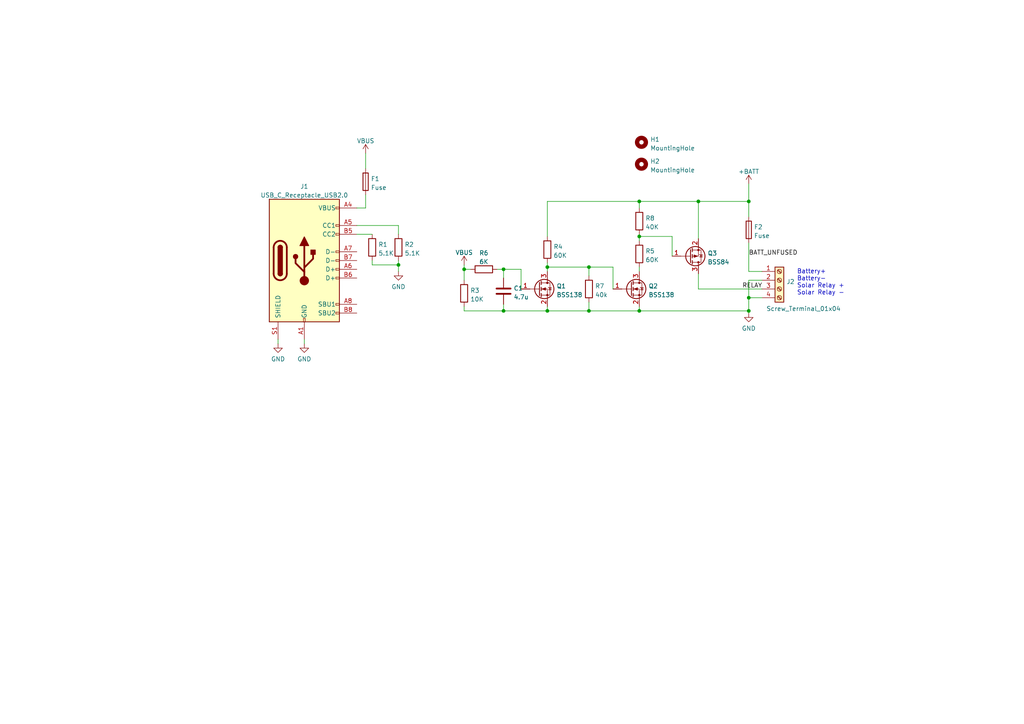
<source format=kicad_sch>
(kicad_sch (version 20211123) (generator eeschema)
  (paper "A4")
  (lib_symbols
    (symbol "Connector:Screw_Terminal_01x04" (pin_names (offset 1.016) hide)
      (property "Reference" "J" (at 0 5.08 0))
      (property "Value" "Screw_Terminal_01x04" (at 0 -7.62 0))
      (symbol "Screw_Terminal_01x04_1_1"
        (rectangle (start -1.27 3.81) (end 1.27 -6.35) (stroke (width 0.254)) (fill (type background)))
        (circle (center 0 -5.08) (radius 0.635) (stroke (width 0.1524)))
        (circle (center 0 -2.54) (radius 0.635) (stroke (width 0.1524)))
        (polyline (pts (xy -0.5334 -4.7498) (xy 0.3302 -5.588)) (stroke (width 0.1524)))
        (polyline (pts (xy -0.5334 -2.2098) (xy 0.3302 -3.048)) (stroke (width 0.1524)))
        (polyline (pts (xy -0.5334 0.3302) (xy 0.3302 -0.508)) (stroke (width 0.1524)))
        (polyline (pts (xy -0.5334 2.8702) (xy 0.3302 2.032)) (stroke (width 0.1524)))
        (polyline (pts (xy -0.3556 -4.572) (xy 0.508 -5.4102)) (stroke (width 0.1524)))
        (polyline (pts (xy -0.3556 -2.032) (xy 0.508 -2.8702)) (stroke (width 0.1524)))
        (polyline (pts (xy -0.3556 0.508) (xy 0.508 -0.3302)) (stroke (width 0.1524)))
        (polyline (pts (xy -0.3556 3.048) (xy 0.508 2.2098)) (stroke (width 0.1524)))
        (circle (center 0 0) (radius 0.635) (stroke (width 0.1524)))
        (circle (center 0 2.54) (radius 0.635) (stroke (width 0.1524)))
        (pin passive line (at -5.08 2.54 0) (length 3.81) (name "Pin_1") (number "1"))
        (pin passive line (at -5.08 0 0) (length 3.81) (name "Pin_2") (number "2"))
        (pin passive line (at -5.08 -2.54 0) (length 3.81) (name "Pin_3") (number "3"))
        (pin passive line (at -5.08 -5.08 0) (length 3.81) (name "Pin_4") (number "4"))
      )
    )
    (symbol "Connector:USB_C_Receptacle_USB2.0" (pin_names (offset 1.016))
      (property "Reference" "J" (at -10.16 19.05 0))
      (property "Value" "USB_C_Receptacle_USB2.0" (at 19.05 19.05 0))
      (symbol "USB_C_Receptacle_USB2.0_0_0"
        (rectangle (start -0.254 -17.78) (end 0.254 -16.764))
        (rectangle (start 10.16 -14.986) (end 9.144 -15.494))
        (rectangle (start 10.16 -12.446) (end 9.144 -12.954))
        (rectangle (start 10.16 -4.826) (end 9.144 -5.334))
        (rectangle (start 10.16 -2.286) (end 9.144 -2.794))
        (rectangle (start 10.16 0.254) (end 9.144 -0.254))
        (rectangle (start 10.16 2.794) (end 9.144 2.286))
        (rectangle (start 10.16 7.874) (end 9.144 7.366))
        (rectangle (start 10.16 10.414) (end 9.144 9.906))
        (rectangle (start 10.16 15.494) (end 9.144 14.986))
      )
      (symbol "USB_C_Receptacle_USB2.0_0_1"
        (rectangle (start -10.16 17.78) (end 10.16 -17.78) (stroke (width 0.254)) (fill (type background)))
        (arc (start -8.89 -3.81) (mid -6.985 -5.715) (end -5.08 -3.81) (stroke (width 0.508)))
        (arc (start -7.62 -3.81) (mid -6.985 -4.445) (end -6.35 -3.81) (stroke (width 0.254)))
        (arc (start -7.62 -3.81) (mid -6.985 -4.445) (end -6.35 -3.81) (stroke (width 0.254)) (fill (type outline)))
        (rectangle (start -7.62 -3.81) (end -6.35 3.81) (stroke (width 0.254)) (fill (type outline)))
        (arc (start -6.35 3.81) (mid -6.985 4.445) (end -7.62 3.81) (stroke (width 0.254)))
        (arc (start -6.35 3.81) (mid -6.985 4.445) (end -7.62 3.81) (stroke (width 0.254)) (fill (type outline)))
        (arc (start -5.08 3.81) (mid -6.985 5.715) (end -8.89 3.81) (stroke (width 0.508)))
        (circle (center -2.54 1.143) (radius 0.635) (stroke (width 0.254)) (fill (type outline)))
        (circle (center 0 -5.842) (radius 1.27) (fill (type outline)))
        (polyline (pts (xy -8.89 -3.81) (xy -8.89 3.81)) (stroke (width 0.508)))
        (polyline (pts (xy -5.08 3.81) (xy -5.08 -3.81)) (stroke (width 0.508)))
        (polyline (pts (xy 0 -5.842) (xy 0 4.318)) (stroke (width 0.508)))
        (polyline (pts (xy 0 -3.302) (xy -2.54 -0.762) (xy -2.54 0.508)) (stroke (width 0.508)))
        (polyline (pts (xy 0 -2.032) (xy 2.54 0.508) (xy 2.54 1.778)) (stroke (width 0.508)))
        (polyline (pts (xy -1.27 4.318) (xy 0 6.858) (xy 1.27 4.318) (xy -1.27 4.318)) (stroke (width 0.254)) (fill (type outline)))
        (rectangle (start 1.905 1.778) (end 3.175 3.048) (stroke (width 0.254)) (fill (type outline)))
      )
      (symbol "USB_C_Receptacle_USB2.0_1_1"
        (pin passive line (at 0 -22.86 90) (length 5.08) (name "GND") (number "A1"))
        (pin passive line (at 0 -22.86 90) (length 5.08) hide (name "GND") (number "A12"))
        (pin passive line (at 15.24 15.24 180) (length 5.08) (name "VBUS") (number "A4"))
        (pin bidirectional line (at 15.24 10.16 180) (length 5.08) (name "CC1") (number "A5"))
        (pin bidirectional line (at 15.24 -2.54 180) (length 5.08) (name "D+") (number "A6"))
        (pin bidirectional line (at 15.24 2.54 180) (length 5.08) (name "D-") (number "A7"))
        (pin bidirectional line (at 15.24 -12.7 180) (length 5.08) (name "SBU1") (number "A8"))
        (pin passive line (at 15.24 15.24 180) (length 5.08) hide (name "VBUS") (number "A9"))
        (pin passive line (at 0 -22.86 90) (length 5.08) hide (name "GND") (number "B1"))
        (pin passive line (at 0 -22.86 90) (length 5.08) hide (name "GND") (number "B12"))
        (pin passive line (at 15.24 15.24 180) (length 5.08) hide (name "VBUS") (number "B4"))
        (pin bidirectional line (at 15.24 7.62 180) (length 5.08) (name "CC2") (number "B5"))
        (pin bidirectional line (at 15.24 -5.08 180) (length 5.08) (name "D+") (number "B6"))
        (pin bidirectional line (at 15.24 0 180) (length 5.08) (name "D-") (number "B7"))
        (pin bidirectional line (at 15.24 -15.24 180) (length 5.08) (name "SBU2") (number "B8"))
        (pin passive line (at 15.24 15.24 180) (length 5.08) hide (name "VBUS") (number "B9"))
        (pin passive line (at -7.62 -22.86 90) (length 5.08) (name "SHIELD") (number "S1"))
      )
    )
    (symbol "Device:C" (pin_numbers hide) (pin_names (offset 0.254))
      (property "Reference" "C" (at 0.635 2.54 0))
      (property "Value" "C" (at 0.635 -2.54 0))
      (symbol "C_0_1"
        (polyline (pts (xy -2.032 -0.762) (xy 2.032 -0.762)) (stroke (width 0.508)))
        (polyline (pts (xy -2.032 0.762) (xy 2.032 0.762)) (stroke (width 0.508)))
      )
      (symbol "C_1_1"
        (pin passive line (at 0 3.81 270) (length 2.794) (name "~") (number "1"))
        (pin passive line (at 0 -3.81 90) (length 2.794) (name "~") (number "2"))
      )
    )
    (symbol "Device:Fuse" (pin_numbers hide) (pin_names (offset 0))
      (property "Reference" "F" (at 2.032 0 90))
      (property "Value" "Fuse" (at -1.905 0 90))
      (symbol "Fuse_0_1"
        (rectangle (start -0.762 -2.54) (end 0.762 2.54) (stroke (width 0.254)))
        (polyline (pts (xy 0 2.54) (xy 0 -2.54)))
      )
      (symbol "Fuse_1_1"
        (pin passive line (at 0 3.81 270) (length 1.27) (name "~") (number "1"))
        (pin passive line (at 0 -3.81 90) (length 1.27) (name "~") (number "2"))
      )
    )
    (symbol "Device:R" (pin_numbers hide) (pin_names (offset 0))
      (property "Reference" "R" (at 2.032 0 90))
      (property "Value" "R" (at 0 0 90))
      (symbol "R_0_1"
        (rectangle (start -1.016 -2.54) (end 1.016 2.54) (stroke (width 0.254)))
      )
      (symbol "R_1_1"
        (pin passive line (at 0 3.81 270) (length 1.27) (name "~") (number "1"))
        (pin passive line (at 0 -3.81 90) (length 1.27) (name "~") (number "2"))
      )
    )
    (symbol "Mechanical:MountingHole" (pin_names (offset 1.016))
      (property "Reference" "H" (at 0 5.08 0))
      (property "Value" "MountingHole" (at 0 3.175 0))
      (symbol "MountingHole_0_1"
        (circle (center 0 0) (radius 1.27) (stroke (width 1.27)))
      )
    )
    (symbol "Transistor_FET:BSS138" (pin_names hide)
      (property "Reference" "Q" (at 5.08 1.905 0))
      (property "Value" "BSS138" (at 5.08 0 0))
      (symbol "BSS138_0_1"
        (polyline (pts (xy 0.254 0) (xy -2.54 0)))
        (polyline (pts (xy 0.254 1.905) (xy 0.254 -1.905)) (stroke (width 0.254)))
        (polyline (pts (xy 0.762 -1.27) (xy 0.762 -2.286)) (stroke (width 0.254)))
        (polyline (pts (xy 0.762 0.508) (xy 0.762 -0.508)) (stroke (width 0.254)))
        (polyline (pts (xy 0.762 2.286) (xy 0.762 1.27)) (stroke (width 0.254)))
        (polyline (pts (xy 2.54 2.54) (xy 2.54 1.778)))
        (polyline (pts (xy 2.54 -2.54) (xy 2.54 0) (xy 0.762 0)))
        (polyline (pts (xy 0.762 -1.778) (xy 3.302 -1.778) (xy 3.302 1.778) (xy 0.762 1.778)))
        (polyline (pts (xy 1.016 0) (xy 2.032 0.381) (xy 2.032 -0.381) (xy 1.016 0)) (fill (type outline)))
        (polyline (pts (xy 2.794 0.508) (xy 2.921 0.381) (xy 3.683 0.381) (xy 3.81 0.254)))
        (polyline (pts (xy 3.302 0.381) (xy 2.921 -0.254) (xy 3.683 -0.254) (xy 3.302 0.381)))
        (circle (center 1.651 0) (radius 2.794) (stroke (width 0.254)))
        (circle (center 2.54 -1.778) (radius 0.254) (fill (type outline)))
        (circle (center 2.54 1.778) (radius 0.254) (fill (type outline)))
      )
      (symbol "BSS138_1_1"
        (pin input line (at -5.08 0 0) (length 2.54) (name "G") (number "1"))
        (pin passive line (at 2.54 -5.08 90) (length 2.54) (name "S") (number "2"))
        (pin passive line (at 2.54 5.08 270) (length 2.54) (name "D") (number "3"))
      )
    )
    (symbol "Transistor_FET:BSS84" (pin_names hide)
      (property "Reference" "Q" (at 5.08 1.905 0))
      (property "Value" "BSS84" (at 5.08 0 0))
      (symbol "BSS84_0_1"
        (polyline (pts (xy 0.254 0) (xy -2.54 0)))
        (polyline (pts (xy 0.254 1.905) (xy 0.254 -1.905)) (stroke (width 0.254)))
        (polyline (pts (xy 0.762 -1.27) (xy 0.762 -2.286)) (stroke (width 0.254)))
        (polyline (pts (xy 0.762 0.508) (xy 0.762 -0.508)) (stroke (width 0.254)))
        (polyline (pts (xy 0.762 2.286) (xy 0.762 1.27)) (stroke (width 0.254)))
        (polyline (pts (xy 2.54 2.54) (xy 2.54 1.778)))
        (polyline (pts (xy 2.54 -2.54) (xy 2.54 0) (xy 0.762 0)))
        (polyline (pts (xy 0.762 1.778) (xy 3.302 1.778) (xy 3.302 -1.778) (xy 0.762 -1.778)))
        (polyline (pts (xy 2.286 0) (xy 1.27 0.381) (xy 1.27 -0.381) (xy 2.286 0)) (fill (type outline)))
        (polyline (pts (xy 2.794 -0.508) (xy 2.921 -0.381) (xy 3.683 -0.381) (xy 3.81 -0.254)))
        (polyline (pts (xy 3.302 -0.381) (xy 2.921 0.254) (xy 3.683 0.254) (xy 3.302 -0.381)))
        (circle (center 1.651 0) (radius 2.794) (stroke (width 0.254)))
        (circle (center 2.54 -1.778) (radius 0.254) (fill (type outline)))
        (circle (center 2.54 1.778) (radius 0.254) (fill (type outline)))
      )
      (symbol "BSS84_1_1"
        (pin input line (at -5.08 0 0) (length 2.54) (name "G") (number "1"))
        (pin passive line (at 2.54 -5.08 90) (length 2.54) (name "S") (number "2"))
        (pin passive line (at 2.54 5.08 270) (length 2.54) (name "D") (number "3"))
      )
    )
    (symbol "power:+BATT" (power) (pin_names (offset 0))
      (property "Value" "+BATT" (at 0 3.556 0))
      (symbol "+BATT_0_1"
        (polyline (pts (xy -0.762 1.27) (xy 0 2.54)))
        (polyline (pts (xy 0 0) (xy 0 2.54)))
        (polyline (pts (xy 0 2.54) (xy 0.762 1.27)))
      )
      (symbol "+BATT_1_1"
        (pin power_in line (at 0 0 90) (length 0) hide (name "+BATT") (number "1"))
      )
    )
    (symbol "power:GND" (power) (pin_names (offset 0))
      (property "Value" "GND" (at 0 -3.81 0))
      (symbol "GND_0_1"
        (polyline (pts (xy 0 0) (xy 0 -1.27) (xy 1.27 -1.27) (xy 0 -2.54) (xy -1.27 -1.27) (xy 0 -1.27)))
      )
      (symbol "GND_1_1"
        (pin power_in line (at 0 0 270) (length 0) hide (name "GND") (number "1"))
      )
    )
    (symbol "power:VBUS" (power) (pin_names (offset 0))
      (property "Value" "VBUS" (at 0 3.81 0))
      (symbol "VBUS_0_1"
        (polyline (pts (xy -0.762 1.27) (xy 0 2.54)))
        (polyline (pts (xy 0 0) (xy 0 2.54)))
        (polyline (pts (xy 0 2.54) (xy 0.762 1.27)))
      )
      (symbol "VBUS_1_1"
        (pin power_in line (at 0 0 90) (length 0) hide (name "VBUS") (number "1"))
      )
    )
  )
  (junction (at 158.75 90.17))
  (junction (at 146.05 90.17))
  (junction (at 185.42 68.58))
  (junction (at 170.815 77.47))
  (junction (at 158.75 77.47))
  (junction (at 185.42 90.17))
  (junction (at 217.17 90.17))
  (junction (at 217.17 86.36))
  (junction (at 146.05 78.105))
  (junction (at 134.62 78.105))
  (junction (at 185.42 58.42))
  (junction (at 217.17 58.42))
  (junction (at 115.57 76.835))
  (junction (at 170.815 90.17))
  (junction (at 202.565 58.42))
  (wire (pts (xy 170.815 87.63) (xy 170.815 90.17)))
  (wire (pts (xy 146.05 78.105) (xy 146.05 80.645)))
  (wire (pts (xy 158.75 90.17) (xy 170.815 90.17)))
  (wire (pts (xy 185.42 90.17) (xy 217.17 90.17)))
  (wire (pts (xy 146.05 78.105) (xy 151.13 78.105)))
  (wire (pts (xy 115.57 67.945) (xy 115.57 65.405)))
  (wire (pts (xy 185.42 88.9) (xy 185.42 90.17)))
  (wire (pts (xy 217.17 53.34) (xy 217.17 58.42)))
  (wire (pts (xy 170.815 77.47) (xy 177.8 77.47)))
  (wire (pts (xy 185.42 67.945) (xy 185.42 68.58)))
  (wire (pts (xy 194.945 74.295) (xy 194.945 68.58)))
  (wire (pts (xy 185.42 68.58) (xy 185.42 69.85)))
  (wire (pts (xy 158.75 58.42) (xy 158.75 68.58)))
  (wire (pts (xy 115.57 75.565) (xy 115.57 76.835)))
  (wire (pts (xy 158.75 77.47) (xy 158.75 78.74)))
  (wire (pts (xy 217.17 90.17) (xy 217.17 90.805)))
  (wire (pts (xy 146.05 90.17) (xy 158.75 90.17)))
  (wire (pts (xy 158.75 88.9) (xy 158.75 90.17)))
  (wire (pts (xy 202.565 58.42) (xy 217.17 58.42)))
  (wire (pts (xy 202.565 58.42) (xy 202.565 69.215)))
  (wire (pts (xy 202.565 79.375) (xy 202.565 83.82)))
  (wire (pts (xy 185.42 58.42) (xy 185.42 60.325)))
  (wire (pts (xy 144.145 78.105) (xy 146.05 78.105)))
  (wire (pts (xy 170.815 80.01) (xy 170.815 77.47)))
  (wire (pts (xy 220.98 81.28) (xy 217.17 81.28)))
  (wire (pts (xy 185.42 58.42) (xy 202.565 58.42)))
  (wire (pts (xy 115.57 65.405) (xy 103.505 65.405)))
  (wire (pts (xy 185.42 77.47) (xy 185.42 78.74)))
  (wire (pts (xy 115.57 76.835) (xy 115.57 78.74)))
  (wire (pts (xy 80.645 98.425) (xy 80.645 99.695)))
  (wire (pts (xy 106.045 44.45) (xy 106.045 48.895)))
  (wire (pts (xy 202.565 83.82) (xy 220.98 83.82)))
  (wire (pts (xy 194.945 68.58) (xy 185.42 68.58)))
  (wire (pts (xy 177.8 83.82) (xy 177.8 77.47)))
  (wire (pts (xy 158.75 76.2) (xy 158.75 77.47)))
  (wire (pts (xy 107.95 76.835) (xy 115.57 76.835)))
  (wire (pts (xy 134.62 90.17) (xy 146.05 90.17)))
  (wire (pts (xy 134.62 78.105) (xy 134.62 81.28)))
  (wire (pts (xy 217.17 58.42) (xy 217.17 62.865)))
  (wire (pts (xy 146.05 88.265) (xy 146.05 90.17)))
  (wire (pts (xy 134.62 78.105) (xy 136.525 78.105)))
  (wire (pts (xy 134.62 76.835) (xy 134.62 78.105)))
  (wire (pts (xy 217.17 78.74) (xy 220.98 78.74)))
  (wire (pts (xy 103.505 67.945) (xy 107.95 67.945)))
  (wire (pts (xy 134.62 88.9) (xy 134.62 90.17)))
  (wire (pts (xy 217.17 70.485) (xy 217.17 78.74)))
  (wire (pts (xy 158.75 58.42) (xy 185.42 58.42)))
  (wire (pts (xy 158.75 77.47) (xy 170.815 77.47)))
  (wire (pts (xy 217.17 81.28) (xy 217.17 86.36)))
  (wire (pts (xy 107.95 75.565) (xy 107.95 76.835)))
  (wire (pts (xy 103.505 60.325) (xy 106.045 60.325)))
  (wire (pts (xy 88.265 98.425) (xy 88.265 99.695)))
  (wire (pts (xy 217.17 86.36) (xy 217.17 90.17)))
  (wire (pts (xy 151.13 78.105) (xy 151.13 83.82)))
  (wire (pts (xy 170.815 90.17) (xy 185.42 90.17)))
  (wire (pts (xy 220.98 86.36) (xy 217.17 86.36)))
  (wire (pts (xy 106.045 60.325) (xy 106.045 56.515)))
  (text "Battery+\nBattery-\nSolar Relay +\nSolar Relay -" (at 231.14 85.725 0) (effects (font (size 1.27 1.27)) (justify left bottom)))
  (label "BATT_UNFUSED" (at 217.17 74.295 0))
  (label "RELAY" (at 215.265 83.82 0))
  (symbol (lib_id "Connector:Screw_Terminal_01x04") (at 226.06 81.28 0) (unit 1)
    (property "Reference" "J2" (at 228.092 81.7153 0) (effects (justify left)))
    (property "Value" "Screw_Terminal_01x04" (at 222.25 89.535 0) (effects (justify left)))
    (property "Footprint" "TerminalBlock_Phoenix:TerminalBlock_Phoenix_MKDS-1,5-4_1x04_P5.00mm_Horizontal" (effects hide))
  )
  (symbol (lib_id "power:GND") (at 115.57 78.74 0) (unit 1)
    (property "Reference" "#PWR04" (effects hide))
    (property "Value" "GND" (at 115.57 83.1834 0))
  )
  (symbol (lib_id "Device:R") (at 134.62 85.09 0) (unit 1)
    (property "Reference" "R3" (at 136.398 84.2553 0) (effects (justify left)))
    (property "Value" "10K" (at 136.398 86.7922 0) (effects (justify left)))
    (property "Footprint" "Resistor_SMD:R_0805_2012Metric" (effects hide))
  )
  (symbol (lib_id "Device:Fuse") (at 106.045 52.705 0) (unit 1)
    (property "Reference" "F1" (at 107.569 51.8703 0) (effects (justify left)))
    (property "Value" "Fuse" (at 107.569 54.4072 0) (effects (justify left)))
    (property "Footprint" "Fuse:Fuse_0805_2012Metric_Pad1.15x1.40mm_HandSolder" (effects hide))
  )
  (symbol (lib_id "Device:R") (at 185.42 64.135 0) (unit 1)
    (property "Reference" "R8" (at 187.198 63.3003 0) (effects (justify left)))
    (property "Value" "40K" (at 187.198 65.8372 0) (effects (justify left)))
    (property "Footprint" "Resistor_SMD:R_0805_2012Metric" (effects hide))
  )
  (symbol (lib_id "Device:R") (at 115.57 71.755 0) (unit 1)
    (property "Reference" "R2" (at 117.348 70.9203 0) (effects (justify left)))
    (property "Value" "5.1K" (at 117.348 73.4572 0) (effects (justify left)))
    (property "Footprint" "Resistor_SMD:R_0805_2012Metric" (effects hide))
  )
  (symbol (lib_id "Transistor_FET:BSS84") (at 200.025 74.295 0) (mirror x) (unit 1)
    (property "Reference" "Q3" (at 205.232 73.4603 0) (effects (justify left)))
    (property "Value" "BSS84" (at 205.232 75.9972 0) (effects (justify left)))
    (property "Footprint" "Package_TO_SOT_SMD:SOT-23" (effects hide))
    (property "Datasheet" "http://assets.nexperia.com/documents/data-sheet/BSS84.pdf" (effects hide))
  )
  (symbol (lib_id "power:GND") (at 80.645 99.695 0) (unit 1)
    (property "Reference" "#PWR01" (effects hide))
    (property "Value" "GND" (at 80.645 104.1384 0))
  )
  (symbol (lib_id "Transistor_FET:BSS138") (at 182.88 83.82 0) (unit 1)
    (property "Reference" "Q2" (at 188.087 82.9853 0) (effects (justify left)))
    (property "Value" "BSS138" (at 188.087 85.5222 0) (effects (justify left)))
    (property "Footprint" "Package_TO_SOT_SMD:SOT-23" (effects hide))
    (property "Datasheet" "https://www.onsemi.com/pub/Collateral/BSS138-D.PDF" (effects hide))
  )
  (symbol (lib_id "Mechanical:MountingHole") (at 186.055 41.275 0) (unit 1)
    (property "Reference" "H1" (at 188.595 40.4403 0) (effects (justify left)))
    (property "Value" "MountingHole" (at 188.595 42.9772 0) (effects (justify left)))
    (property "Footprint" "MountingHole:MountingHole_4.3mm_M4" (effects hide))
  )
  (symbol (lib_id "Device:C") (at 146.05 84.455 0) (unit 1)
    (property "Reference" "C1" (at 148.971 83.6203 0) (effects (justify left)))
    (property "Value" "4.7u" (at 148.971 86.1572 0) (effects (justify left)))
    (property "Footprint" "Capacitor_SMD:C_0805_2012Metric" (effects hide))
  )
  (symbol (lib_id "Mechanical:MountingHole") (at 186.055 47.625 0) (unit 1)
    (property "Reference" "H2" (at 188.595 46.7903 0) (effects (justify left)))
    (property "Value" "MountingHole" (at 188.595 49.3272 0) (effects (justify left)))
    (property "Footprint" "MountingHole:MountingHole_4.3mm_M4" (effects hide))
  )
  (symbol (lib_id "Connector:USB_C_Receptacle_USB2.0") (at 88.265 75.565 0) (unit 1)
    (property "Reference" "J1" (at 88.265 54.0852 0))
    (property "Value" "USB_C_Receptacle_USB2.0" (at 88.265 56.6221 0))
    (property "Footprint" "Connector_USB:USB_C_Receptacle_GCT_USB4085" (effects hide))
    (property "Datasheet" "https://www.usb.org/sites/default/files/documents/usb_type-c.zip" (effects hide))
  )
  (symbol (lib_id "power:GND") (at 217.17 90.805 0) (unit 1)
    (property "Reference" "#PWR07" (effects hide))
    (property "Value" "GND" (at 217.17 95.2484 0))
  )
  (symbol (lib_id "Device:R") (at 140.335 78.105 90) (unit 1)
    (property "Reference" "R6" (at 140.335 73.3892 90))
    (property "Value" "6K" (at 140.335 75.9261 90))
    (property "Footprint" "Resistor_SMD:R_0805_2012Metric" (effects hide))
  )
  (symbol (lib_id "Transistor_FET:BSS138") (at 156.21 83.82 0) (unit 1)
    (property "Reference" "Q1" (at 161.417 82.9853 0) (effects (justify left)))
    (property "Value" "BSS138" (at 161.417 85.5222 0) (effects (justify left)))
    (property "Footprint" "Package_TO_SOT_SMD:SOT-23" (effects hide))
    (property "Datasheet" "https://www.onsemi.com/pub/Collateral/BSS138-D.PDF" (effects hide))
  )
  (symbol (lib_id "power:GND") (at 88.265 99.695 0) (unit 1)
    (property "Reference" "#PWR02" (effects hide))
    (property "Value" "GND" (at 88.265 104.1384 0))
  )
  (symbol (lib_id "power:VBUS") (at 106.045 44.45 0) (unit 1)
    (property "Reference" "#PWR03" (effects hide))
    (property "Value" "VBUS" (at 106.045 40.8742 0))
  )
  (symbol (lib_id "Device:R") (at 158.75 72.39 0) (unit 1)
    (property "Reference" "R4" (at 160.528 71.5553 0) (effects (justify left)))
    (property "Value" "60K" (at 160.528 74.0922 0) (effects (justify left)))
    (property "Footprint" "Resistor_SMD:R_0805_2012Metric" (effects hide))
  )
  (symbol (lib_id "power:+BATT") (at 217.17 53.34 0) (unit 1)
    (property "Reference" "#PWR06" (effects hide))
    (property "Value" "+BATT" (at 217.17 49.7642 0))
  )
  (symbol (lib_id "power:VBUS") (at 134.62 76.835 0) (unit 1)
    (property "Reference" "#PWR05" (effects hide))
    (property "Value" "VBUS" (at 134.62 73.2592 0))
  )
  (symbol (lib_id "Device:R") (at 185.42 73.66 0) (unit 1)
    (property "Reference" "R5" (at 187.198 72.8253 0) (effects (justify left)))
    (property "Value" "60K" (at 187.198 75.3622 0) (effects (justify left)))
    (property "Footprint" "Resistor_SMD:R_0805_2012Metric" (effects hide))
  )
  (symbol (lib_id "Device:R") (at 170.815 83.82 0) (unit 1)
    (property "Reference" "R7" (at 172.593 82.9853 0) (effects (justify left)))
    (property "Value" "40k" (at 172.593 85.5222 0) (effects (justify left)))
    (property "Footprint" "Resistor_SMD:R_0805_2012Metric" (effects hide))
  )
  (symbol (lib_id "Device:Fuse") (at 217.17 66.675 180) (unit 1)
    (property "Reference" "F2" (at 218.694 65.8403 0) (effects (justify right)))
    (property "Value" "Fuse" (at 218.694 68.3772 0) (effects (justify right)))
    (property "Footprint" "Fuse:Fuse_0805_2012Metric_Pad1.15x1.40mm_HandSolder" (effects hide))
  )
  (symbol (lib_id "Device:R") (at 107.95 71.755 0) (unit 1)
    (property "Reference" "R1" (at 109.728 70.9203 0) (effects (justify left)))
    (property "Value" "5.1K" (at 109.728 73.4572 0) (effects (justify left)))
    (property "Footprint" "Resistor_SMD:R_0805_2012Metric" (effects hide))
  )
)
</source>
